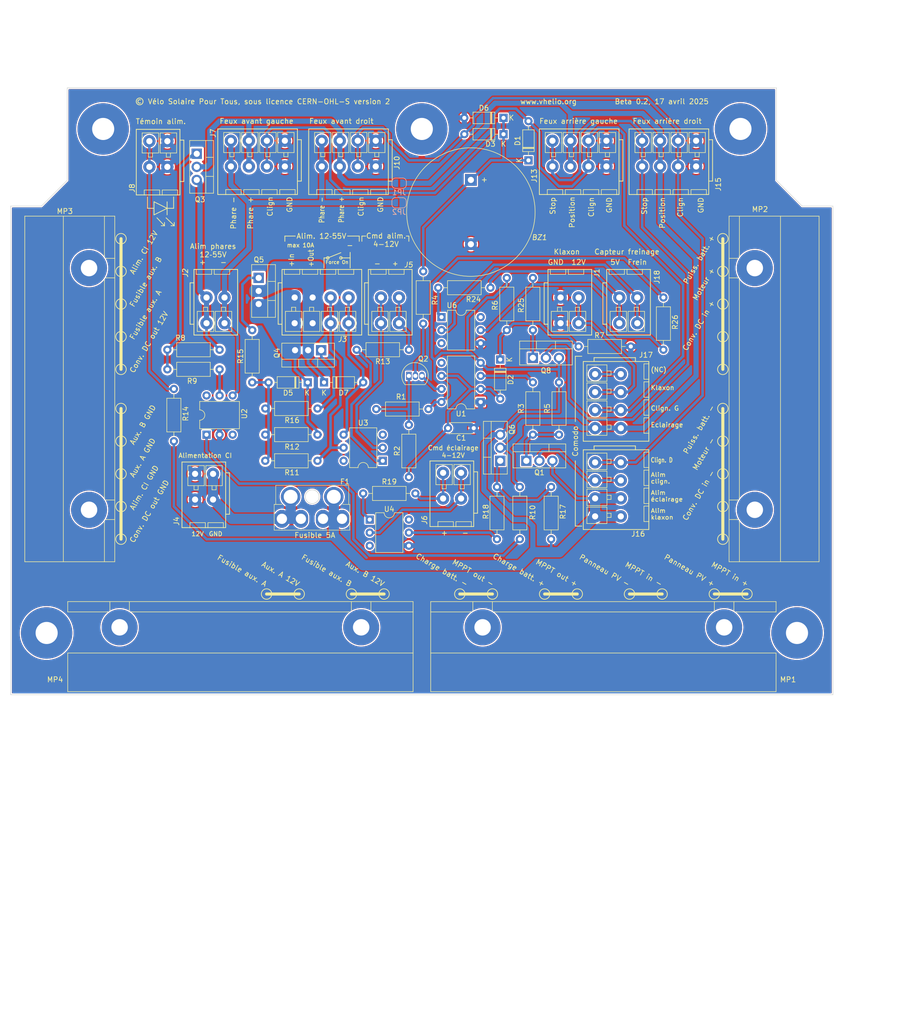
<source format=kicad_pcb>
(kicad_pcb (version 20211014) (generator pcbnew)

  (general
    (thickness 1.6)
  )

  (paper "A4")
  (layers
    (0 "F.Cu" signal)
    (31 "B.Cu" signal)
    (32 "B.Adhes" user "B.Adhesive")
    (33 "F.Adhes" user "F.Adhesive")
    (34 "B.Paste" user)
    (35 "F.Paste" user)
    (36 "B.SilkS" user "B.Silkscreen")
    (37 "F.SilkS" user "F.Silkscreen")
    (38 "B.Mask" user)
    (39 "F.Mask" user)
    (40 "Dwgs.User" user "User.Drawings")
    (41 "Cmts.User" user "User.Comments")
    (42 "Eco1.User" user "User.Eco1")
    (43 "Eco2.User" user "User.Eco2")
    (44 "Edge.Cuts" user)
    (45 "Margin" user)
    (46 "B.CrtYd" user "B.Courtyard")
    (47 "F.CrtYd" user "F.Courtyard")
    (48 "B.Fab" user)
    (49 "F.Fab" user)
    (50 "User.1" user)
    (51 "User.2" user)
    (52 "User.3" user)
    (53 "User.4" user)
    (54 "User.5" user)
    (55 "User.6" user)
    (56 "User.7" user)
    (57 "User.8" user)
    (58 "User.9" user)
  )

  (setup
    (stackup
      (layer "F.SilkS" (type "Top Silk Screen"))
      (layer "F.Paste" (type "Top Solder Paste"))
      (layer "F.Mask" (type "Top Solder Mask") (thickness 0.01))
      (layer "F.Cu" (type "copper") (thickness 0.035))
      (layer "dielectric 1" (type "core") (thickness 1.51) (material "FR4") (epsilon_r 4.5) (loss_tangent 0.02))
      (layer "B.Cu" (type "copper") (thickness 0.035))
      (layer "B.Mask" (type "Bottom Solder Mask") (thickness 0.01))
      (layer "B.Paste" (type "Bottom Solder Paste"))
      (layer "B.SilkS" (type "Bottom Silk Screen"))
      (copper_finish "None")
      (dielectric_constraints no)
    )
    (pad_to_mask_clearance 0)
    (pcbplotparams
      (layerselection 0x00010e0_ffffffff)
      (disableapertmacros false)
      (usegerberextensions false)
      (usegerberattributes true)
      (usegerberadvancedattributes true)
      (creategerberjobfile true)
      (svguseinch false)
      (svgprecision 6)
      (excludeedgelayer true)
      (plotframeref false)
      (viasonmask false)
      (mode 1)
      (useauxorigin false)
      (hpglpennumber 1)
      (hpglpenspeed 20)
      (hpglpendiameter 15.000000)
      (dxfpolygonmode true)
      (dxfimperialunits true)
      (dxfusepcbnewfont true)
      (psnegative false)
      (psa4output false)
      (plotreference true)
      (plotvalue true)
      (plotinvisibletext false)
      (sketchpadsonfab false)
      (subtractmaskfromsilk false)
      (outputformat 1)
      (mirror false)
      (drillshape 0)
      (scaleselection 1)
      (outputdirectory "")
    )
  )

  (net 0 "")
  (net 1 "GND")
  (net 2 "Net-(F1-Pad2)")
  (net 3 "Net-(D1-Pad2)")
  (net 4 "Net-(D3-Pad2)")
  (net 5 "/Phares")
  (net 6 "Net-(J1-Pad2)")
  (net 7 "/Flasher/Out")
  (net 8 "unconnected-(J17-Pad1)")
  (net 9 "/12V_5A")
  (net 10 "/Flasher/Enable")
  (net 11 "/Contacteur Phares/Input")
  (net 12 "/Contacteur Phares/GND")
  (net 13 "/Contacteur Phares/Output")
  (net 14 "Net-(D4-Pad2)")
  (net 15 "/Conv12V_In.Vbatt")
  (net 16 "/Contacteur alim./Input")
  (net 17 "/Contacteur alim./SW_On")
  (net 18 "/Contacteur alim./GND")
  (net 19 "/Contacteur alim./Cmd_GND")
  (net 20 "/Contacteur alim./Cmd_On")
  (net 21 "/Contacteur Eclairage/Cmd_On")
  (net 22 "/Contacteur Eclairage/Cmd_GND")
  (net 23 "Net-(Q4-Pad1)")
  (net 24 "Net-(Q5-Pad1)")
  (net 25 "Net-(C1-Pad1)")
  (net 26 "Net-(D2-Pad1)")
  (net 27 "Net-(D5-Pad2)")
  (net 28 "Net-(Q1-Pad1)")
  (net 29 "Net-(Q2-Pad1)")
  (net 30 "Net-(Q2-Pad2)")
  (net 31 "Net-(Q2-Pad3)")
  (net 32 "Net-(Q3-Pad1)")
  (net 33 "Net-(Q6-Pad1)")
  (net 34 "Net-(R3-Pad1)")
  (net 35 "Net-(R9-Pad2)")
  (net 36 "Net-(R10-Pad1)")
  (net 37 "Net-(R13-Pad1)")
  (net 38 "Net-(R18-Pad2)")
  (net 39 "Net-(R19-Pad1)")
  (net 40 "unconnected-(U1-Pad5)")
  (net 41 "unconnected-(U2-Pad3)")
  (net 42 "unconnected-(U2-Pad6)")
  (net 43 "unconnected-(U3-Pad3)")
  (net 44 "unconnected-(U3-Pad6)")
  (net 45 "unconnected-(U4-Pad3)")
  (net 46 "unconnected-(U4-Pad6)")
  (net 47 "/Contacteur feux stop/FeuxStop")
  (net 48 "/Contacteur feux stop/5V_Frein")
  (net 49 "/Contacteur feux stop/Signal_Frein")
  (net 50 "Net-(Q8-Pad1)")
  (net 51 "Net-(R24-Pad1)")
  (net 52 "Net-(R25-Pad1)")
  (net 53 "unconnected-(U6-Pad3)")
  (net 54 "unconnected-(U6-Pad6)")

  (footprint "circuit:Wago_221-500_SplicingConnectorHolder" (layer "F.Cu") (at 95.25 82.55 90))

  (footprint "circuit:TerminalBlock_Wago_2601-3102_1x02_P3.50mm_Vertical" (layer "F.Cu") (at 198.429997 64.77))

  (footprint "circuit:MountingHole_5mm" (layer "F.Cu") (at 87 130))

  (footprint "Resistor_THT:R_Axial_DIN0207_L6.3mm_D2.5mm_P10.16mm_Horizontal" (layer "F.Cu") (at 147.32 74.93))

  (footprint "circuit:Buzzer_25x16_12.5" (layer "F.Cu") (at 169.545 41.91 -90))

  (footprint "Package_DIP:DIP-6_W7.62mm" (layer "F.Cu") (at 163.83 68.58))

  (footprint "Diode_THT:D_DO-35_SOD27_P7.62mm_Horizontal" (layer "F.Cu") (at 140.97 81.28))

  (footprint "Resistor_THT:R_Axial_DIN0207_L6.3mm_D2.5mm_P10.16mm_Horizontal" (layer "F.Cu") (at 174.625 101.6 -90))

  (footprint "Resistor_THT:R_Axial_DIN0207_L6.3mm_D2.5mm_P10.16mm_Horizontal" (layer "F.Cu") (at 176.53 60.96 -90))

  (footprint "circuit:TO-220-3_Vertical" (layer "F.Cu") (at 140.415001 75.02 180))

  (footprint "circuit:Generic_FuseHolder_MINI" (layer "F.Cu") (at 144.475 107.805 180))

  (footprint "Resistor_THT:R_Axial_DIN0207_L6.3mm_D2.5mm_P10.16mm_Horizontal" (layer "F.Cu") (at 161.29 86.46 180))

  (footprint "Package_DIP:DIP-8_W7.62mm" (layer "F.Cu") (at 171.45 85.09 180))

  (footprint "circuit:TerminalBlock_Wago_2601-3102_1x02_P3.50mm_Vertical" (layer "F.Cu") (at 119.38 104.06 180))

  (footprint "Resistor_THT:R_Axial_DIN0207_L6.3mm_D2.5mm_P10.16mm_Horizontal" (layer "F.Cu") (at 157.48 89.535 -90))

  (footprint "Resistor_THT:R_Axial_DIN0207_L6.3mm_D2.5mm_P10.16mm_Horizontal" (layer "F.Cu") (at 163.195 62.865))

  (footprint "Resistor_THT:R_Axial_DIN0207_L6.3mm_D2.5mm_P10.16mm_Horizontal" (layer "F.Cu") (at 207.01 64.77 -90))

  (footprint "Resistor_THT:R_Axial_DIN0207_L6.3mm_D2.5mm_P10.16mm_Horizontal" (layer "F.Cu") (at 179.07 111.76 90))

  (footprint "circuit:MountingHole_5mm" (layer "F.Cu") (at 98 32))

  (footprint "circuit:TerminalBlock_Wago_2601-3104_1x04_P3.50mm_Vertical" (layer "F.Cu") (at 195.920004 39.29 180))

  (footprint "circuit:TO-220-3_Vertical" (layer "F.Cu") (at 180.34 96.52))

  (footprint "Resistor_THT:R_Axial_DIN0207_L6.3mm_D2.5mm_P10.16mm_Horizontal" (layer "F.Cu") (at 110.49 78.74))

  (footprint "Diode_THT:D_DO-35_SOD27_P7.62mm_Horizontal" (layer "F.Cu") (at 137.795 81.28 180))

  (footprint "circuit:TerminalBlock_Wago_2601-3104_1x04_P3.50mm_Vertical" (layer "F.Cu") (at 213.370004 39.29 180))

  (footprint "circuit:TO-92L_Inline" (layer "F.Cu") (at 157.48 80.01))

  (footprint "circuit:MountingHole_5mm" (layer "F.Cu") (at 222 32))

  (footprint "Resistor_THT:R_Axial_DIN0207_L6.3mm_D2.5mm_P10.16mm_Horizontal" (layer "F.Cu") (at 129.54 86.36))

  (footprint "circuit:TerminalBlock_Wago_2601-3104_1x04_P3.50mm_Vertical" (layer "F.Cu") (at 133.35 39.29 180))

  (footprint "Diode_THT:D_DO-35_SOD27_P7.62mm_Horizontal" (layer "F.Cu") (at 175.895 33.02 180))

  (footprint "Resistor_THT:R_Axial_DIN0207_L6.3mm_D2.5mm_P10.16mm_Horizontal" (layer "F.Cu") (at 111.76 82.55 -90))

  (footprint "Diode_THT:D_DO-35_SOD27_P7.62mm_Horizontal" (layer "F.Cu") (at 175.26 76.835 -90))

  (footprint "Resistor_THT:R_Axial_DIN0207_L6.3mm_D2.5mm_P10.16mm_Horizontal" (layer "F.Cu") (at 181.61 81.28 -90))

  (footprint "Capacitor_THT:C_Disc_D4.3mm_W1.9mm_P5.00mm" (layer "F.Cu") (at 165.1 90.17))

  (footprint "Resistor_THT:R_Axial_DIN0207_L6.3mm_D2.5mm_P10.16mm_Horizontal" (layer "F.Cu") (at 160.274 69.85 90))

  (footprint "circuit:TerminalBlock_Wago_2601-3102_1x02_P3.50mm_Vertical" (layer "F.Cu") (at 152.055 64.77))

  (footprint "Diode_THT:D_DO-35_SOD27_P7.62mm_Horizontal" (layer "F.Cu") (at 180.75 38.1 90))

  (footprint "circuit:TerminalBlock_Wago_2601-3104_1x04_P3.50mm_Vertical" (layer "F.Cu") (at 198.7161 96.829996 -90))

  (footprint "circuit:TO-220-3_Vertical" (layer "F.Cu") (at 116.205 36.83 -90))

  (footprint "Diode_THT:D_DO-35_SOD27_P7.62mm_Horizontal" (layer "F.Cu") (at 175.895 29.845 180))

  (footprint "circuit:TerminalBlock_Wago_2601-3104_1x04_P3.50mm_Vertical" (layer "F.Cu")
    (tedit 67E5B593) (tstamp 87af2957-c7cf-4ad5-b3b0-0d3b1f7e8419)
    (at 135.255 64.77)
    (tags "Wago 2601-3104")
    (property "Sheetfile" "circuit.kicad_sch")
    (property "Sheetname" "")
    (path "/14a8bea9-2369-4417-8404-546b703c6cc5")
    (attr through_hole)
    (fp_text reference "J3" (at 8.341004 8.128 unlocked) (layer "F.SilkS")
      (effects (font (size 1 1) (thickness 0.15) italic) (justify left))
      (tstamp 75a550ee-5c56-40de-8acf-51dfdc8df774)
    )
    (fp_text value "Conn_Contacteur55V" (at 6.35 12.7 unlocked) (layer "F.Fab")
      (effects (font (size 1 1) (thickness 0.15)))
      (tstamp 0b832163-a351-433a-bb92-092f1e6d08aa)
    )
    (fp_text user "${REFERENCE}" (at -2.54 8.89 unlocked) (layer "F.Fab")
      (effects (font (size 1 1) (thickness 0.15)) (justify left))
      (tstamp 8a30490c-1e03-4c9a-b75d-5c36047969d6)
    )
    (fp_line (start 1.500004 -4.5) (end 1.500004 -5.5) (layer "F.SilkS") (width 0.12) (tstamp 042c4dc7-15da-4bf4-8443-bb77cdd2791c))
    (fp_line (start 9.900004 1.9) (end 9.9000
... [1861531 chars truncated]
</source>
